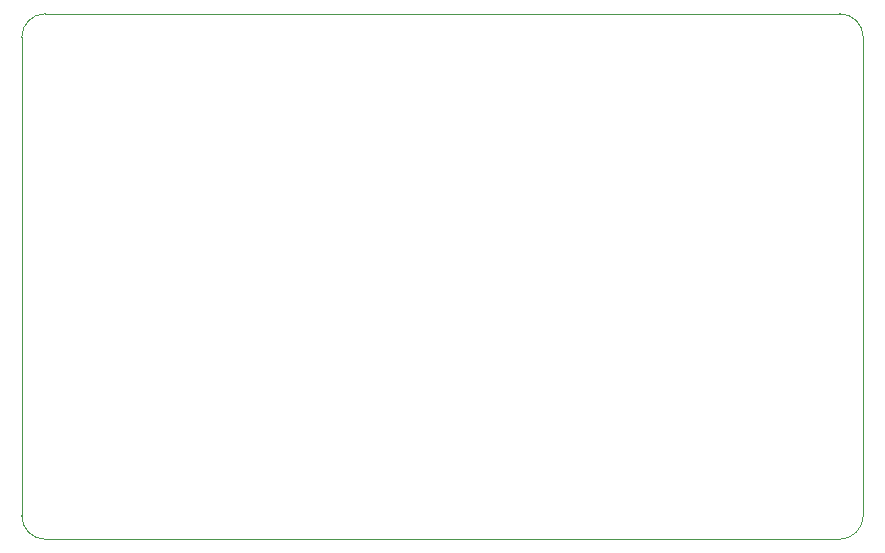
<source format=gm1>
G04 #@! TF.GenerationSoftware,KiCad,Pcbnew,7.0.1*
G04 #@! TF.CreationDate,2023-04-26T23:20:38+02:00*
G04 #@! TF.ProjectId,ED060SC4_SPI_driver_board,45443036-3053-4433-945f-5350495f6472,rev?*
G04 #@! TF.SameCoordinates,Original*
G04 #@! TF.FileFunction,Profile,NP*
%FSLAX46Y46*%
G04 Gerber Fmt 4.6, Leading zero omitted, Abs format (unit mm)*
G04 Created by KiCad (PCBNEW 7.0.1) date 2023-04-26 23:20:38*
%MOMM*%
%LPD*%
G01*
G04 APERTURE LIST*
G04 #@! TA.AperFunction,Profile*
%ADD10C,0.100000*%
G04 #@! TD*
G04 APERTURE END LIST*
D10*
X117250000Y-96000000D02*
X50000000Y-96000000D01*
X119250000Y-53500000D02*
X119250000Y-94000000D01*
X119250000Y-53500000D02*
G75*
G03*
X117250000Y-51500000I-2000000J0D01*
G01*
X50000000Y-51500000D02*
X117250000Y-51500000D01*
X48000000Y-94000000D02*
X48000000Y-53500000D01*
X50000000Y-51500000D02*
G75*
G03*
X48000000Y-53500000I0J-2000000D01*
G01*
X48000000Y-94000000D02*
G75*
G03*
X50000000Y-96000000I2000000J0D01*
G01*
X117250000Y-96000000D02*
G75*
G03*
X119250000Y-94000000I0J2000000D01*
G01*
M02*

</source>
